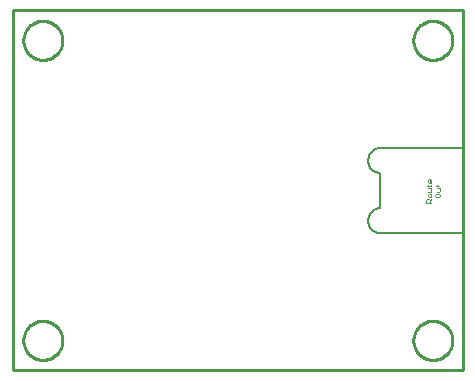
<source format=gko>
G04 EAGLE Gerber RS-274X export*
G75*
%MOMM*%
%FSLAX34Y34*%
%LPD*%
%IN*%
%IPPOS*%
%AMOC8*
5,1,8,0,0,1.08239X$1,22.5*%
G01*
%ADD10C,0.203200*%
%ADD11C,0.000000*%
%ADD12C,0.152400*%
%ADD13C,0.076200*%
%ADD14C,0.254000*%


D10*
X381000Y0D02*
X0Y0D01*
X0Y304800D01*
X381000Y304800D01*
X381000Y0D01*
D11*
X339090Y25400D02*
X339095Y25805D01*
X339110Y26210D01*
X339135Y26615D01*
X339170Y27018D01*
X339214Y27421D01*
X339269Y27823D01*
X339333Y28223D01*
X339407Y28621D01*
X339491Y29017D01*
X339585Y29412D01*
X339688Y29803D01*
X339801Y30193D01*
X339923Y30579D01*
X340055Y30962D01*
X340196Y31342D01*
X340347Y31718D01*
X340506Y32091D01*
X340675Y32459D01*
X340853Y32823D01*
X341039Y33183D01*
X341235Y33538D01*
X341439Y33888D01*
X341651Y34233D01*
X341872Y34572D01*
X342102Y34907D01*
X342339Y35235D01*
X342584Y35557D01*
X342838Y35874D01*
X343098Y36184D01*
X343367Y36487D01*
X343643Y36784D01*
X343926Y37074D01*
X344216Y37357D01*
X344513Y37633D01*
X344816Y37902D01*
X345126Y38162D01*
X345443Y38416D01*
X345765Y38661D01*
X346093Y38898D01*
X346428Y39128D01*
X346767Y39349D01*
X347112Y39561D01*
X347462Y39765D01*
X347817Y39961D01*
X348177Y40147D01*
X348541Y40325D01*
X348909Y40494D01*
X349282Y40653D01*
X349658Y40804D01*
X350038Y40945D01*
X350421Y41077D01*
X350807Y41199D01*
X351197Y41312D01*
X351588Y41415D01*
X351983Y41509D01*
X352379Y41593D01*
X352777Y41667D01*
X353177Y41731D01*
X353579Y41786D01*
X353982Y41830D01*
X354385Y41865D01*
X354790Y41890D01*
X355195Y41905D01*
X355600Y41910D01*
X356005Y41905D01*
X356410Y41890D01*
X356815Y41865D01*
X357218Y41830D01*
X357621Y41786D01*
X358023Y41731D01*
X358423Y41667D01*
X358821Y41593D01*
X359217Y41509D01*
X359612Y41415D01*
X360003Y41312D01*
X360393Y41199D01*
X360779Y41077D01*
X361162Y40945D01*
X361542Y40804D01*
X361918Y40653D01*
X362291Y40494D01*
X362659Y40325D01*
X363023Y40147D01*
X363383Y39961D01*
X363738Y39765D01*
X364088Y39561D01*
X364433Y39349D01*
X364772Y39128D01*
X365107Y38898D01*
X365435Y38661D01*
X365757Y38416D01*
X366074Y38162D01*
X366384Y37902D01*
X366687Y37633D01*
X366984Y37357D01*
X367274Y37074D01*
X367557Y36784D01*
X367833Y36487D01*
X368102Y36184D01*
X368362Y35874D01*
X368616Y35557D01*
X368861Y35235D01*
X369098Y34907D01*
X369328Y34572D01*
X369549Y34233D01*
X369761Y33888D01*
X369965Y33538D01*
X370161Y33183D01*
X370347Y32823D01*
X370525Y32459D01*
X370694Y32091D01*
X370853Y31718D01*
X371004Y31342D01*
X371145Y30962D01*
X371277Y30579D01*
X371399Y30193D01*
X371512Y29803D01*
X371615Y29412D01*
X371709Y29017D01*
X371793Y28621D01*
X371867Y28223D01*
X371931Y27823D01*
X371986Y27421D01*
X372030Y27018D01*
X372065Y26615D01*
X372090Y26210D01*
X372105Y25805D01*
X372110Y25400D01*
X372105Y24995D01*
X372090Y24590D01*
X372065Y24185D01*
X372030Y23782D01*
X371986Y23379D01*
X371931Y22977D01*
X371867Y22577D01*
X371793Y22179D01*
X371709Y21783D01*
X371615Y21388D01*
X371512Y20997D01*
X371399Y20607D01*
X371277Y20221D01*
X371145Y19838D01*
X371004Y19458D01*
X370853Y19082D01*
X370694Y18709D01*
X370525Y18341D01*
X370347Y17977D01*
X370161Y17617D01*
X369965Y17262D01*
X369761Y16912D01*
X369549Y16567D01*
X369328Y16228D01*
X369098Y15893D01*
X368861Y15565D01*
X368616Y15243D01*
X368362Y14926D01*
X368102Y14616D01*
X367833Y14313D01*
X367557Y14016D01*
X367274Y13726D01*
X366984Y13443D01*
X366687Y13167D01*
X366384Y12898D01*
X366074Y12638D01*
X365757Y12384D01*
X365435Y12139D01*
X365107Y11902D01*
X364772Y11672D01*
X364433Y11451D01*
X364088Y11239D01*
X363738Y11035D01*
X363383Y10839D01*
X363023Y10653D01*
X362659Y10475D01*
X362291Y10306D01*
X361918Y10147D01*
X361542Y9996D01*
X361162Y9855D01*
X360779Y9723D01*
X360393Y9601D01*
X360003Y9488D01*
X359612Y9385D01*
X359217Y9291D01*
X358821Y9207D01*
X358423Y9133D01*
X358023Y9069D01*
X357621Y9014D01*
X357218Y8970D01*
X356815Y8935D01*
X356410Y8910D01*
X356005Y8895D01*
X355600Y8890D01*
X355195Y8895D01*
X354790Y8910D01*
X354385Y8935D01*
X353982Y8970D01*
X353579Y9014D01*
X353177Y9069D01*
X352777Y9133D01*
X352379Y9207D01*
X351983Y9291D01*
X351588Y9385D01*
X351197Y9488D01*
X350807Y9601D01*
X350421Y9723D01*
X350038Y9855D01*
X349658Y9996D01*
X349282Y10147D01*
X348909Y10306D01*
X348541Y10475D01*
X348177Y10653D01*
X347817Y10839D01*
X347462Y11035D01*
X347112Y11239D01*
X346767Y11451D01*
X346428Y11672D01*
X346093Y11902D01*
X345765Y12139D01*
X345443Y12384D01*
X345126Y12638D01*
X344816Y12898D01*
X344513Y13167D01*
X344216Y13443D01*
X343926Y13726D01*
X343643Y14016D01*
X343367Y14313D01*
X343098Y14616D01*
X342838Y14926D01*
X342584Y15243D01*
X342339Y15565D01*
X342102Y15893D01*
X341872Y16228D01*
X341651Y16567D01*
X341439Y16912D01*
X341235Y17262D01*
X341039Y17617D01*
X340853Y17977D01*
X340675Y18341D01*
X340506Y18709D01*
X340347Y19082D01*
X340196Y19458D01*
X340055Y19838D01*
X339923Y20221D01*
X339801Y20607D01*
X339688Y20997D01*
X339585Y21388D01*
X339491Y21783D01*
X339407Y22179D01*
X339333Y22577D01*
X339269Y22977D01*
X339214Y23379D01*
X339170Y23782D01*
X339135Y24185D01*
X339110Y24590D01*
X339095Y24995D01*
X339090Y25400D01*
X8890Y25400D02*
X8895Y25805D01*
X8910Y26210D01*
X8935Y26615D01*
X8970Y27018D01*
X9014Y27421D01*
X9069Y27823D01*
X9133Y28223D01*
X9207Y28621D01*
X9291Y29017D01*
X9385Y29412D01*
X9488Y29803D01*
X9601Y30193D01*
X9723Y30579D01*
X9855Y30962D01*
X9996Y31342D01*
X10147Y31718D01*
X10306Y32091D01*
X10475Y32459D01*
X10653Y32823D01*
X10839Y33183D01*
X11035Y33538D01*
X11239Y33888D01*
X11451Y34233D01*
X11672Y34572D01*
X11902Y34907D01*
X12139Y35235D01*
X12384Y35557D01*
X12638Y35874D01*
X12898Y36184D01*
X13167Y36487D01*
X13443Y36784D01*
X13726Y37074D01*
X14016Y37357D01*
X14313Y37633D01*
X14616Y37902D01*
X14926Y38162D01*
X15243Y38416D01*
X15565Y38661D01*
X15893Y38898D01*
X16228Y39128D01*
X16567Y39349D01*
X16912Y39561D01*
X17262Y39765D01*
X17617Y39961D01*
X17977Y40147D01*
X18341Y40325D01*
X18709Y40494D01*
X19082Y40653D01*
X19458Y40804D01*
X19838Y40945D01*
X20221Y41077D01*
X20607Y41199D01*
X20997Y41312D01*
X21388Y41415D01*
X21783Y41509D01*
X22179Y41593D01*
X22577Y41667D01*
X22977Y41731D01*
X23379Y41786D01*
X23782Y41830D01*
X24185Y41865D01*
X24590Y41890D01*
X24995Y41905D01*
X25400Y41910D01*
X25805Y41905D01*
X26210Y41890D01*
X26615Y41865D01*
X27018Y41830D01*
X27421Y41786D01*
X27823Y41731D01*
X28223Y41667D01*
X28621Y41593D01*
X29017Y41509D01*
X29412Y41415D01*
X29803Y41312D01*
X30193Y41199D01*
X30579Y41077D01*
X30962Y40945D01*
X31342Y40804D01*
X31718Y40653D01*
X32091Y40494D01*
X32459Y40325D01*
X32823Y40147D01*
X33183Y39961D01*
X33538Y39765D01*
X33888Y39561D01*
X34233Y39349D01*
X34572Y39128D01*
X34907Y38898D01*
X35235Y38661D01*
X35557Y38416D01*
X35874Y38162D01*
X36184Y37902D01*
X36487Y37633D01*
X36784Y37357D01*
X37074Y37074D01*
X37357Y36784D01*
X37633Y36487D01*
X37902Y36184D01*
X38162Y35874D01*
X38416Y35557D01*
X38661Y35235D01*
X38898Y34907D01*
X39128Y34572D01*
X39349Y34233D01*
X39561Y33888D01*
X39765Y33538D01*
X39961Y33183D01*
X40147Y32823D01*
X40325Y32459D01*
X40494Y32091D01*
X40653Y31718D01*
X40804Y31342D01*
X40945Y30962D01*
X41077Y30579D01*
X41199Y30193D01*
X41312Y29803D01*
X41415Y29412D01*
X41509Y29017D01*
X41593Y28621D01*
X41667Y28223D01*
X41731Y27823D01*
X41786Y27421D01*
X41830Y27018D01*
X41865Y26615D01*
X41890Y26210D01*
X41905Y25805D01*
X41910Y25400D01*
X41905Y24995D01*
X41890Y24590D01*
X41865Y24185D01*
X41830Y23782D01*
X41786Y23379D01*
X41731Y22977D01*
X41667Y22577D01*
X41593Y22179D01*
X41509Y21783D01*
X41415Y21388D01*
X41312Y20997D01*
X41199Y20607D01*
X41077Y20221D01*
X40945Y19838D01*
X40804Y19458D01*
X40653Y19082D01*
X40494Y18709D01*
X40325Y18341D01*
X40147Y17977D01*
X39961Y17617D01*
X39765Y17262D01*
X39561Y16912D01*
X39349Y16567D01*
X39128Y16228D01*
X38898Y15893D01*
X38661Y15565D01*
X38416Y15243D01*
X38162Y14926D01*
X37902Y14616D01*
X37633Y14313D01*
X37357Y14016D01*
X37074Y13726D01*
X36784Y13443D01*
X36487Y13167D01*
X36184Y12898D01*
X35874Y12638D01*
X35557Y12384D01*
X35235Y12139D01*
X34907Y11902D01*
X34572Y11672D01*
X34233Y11451D01*
X33888Y11239D01*
X33538Y11035D01*
X33183Y10839D01*
X32823Y10653D01*
X32459Y10475D01*
X32091Y10306D01*
X31718Y10147D01*
X31342Y9996D01*
X30962Y9855D01*
X30579Y9723D01*
X30193Y9601D01*
X29803Y9488D01*
X29412Y9385D01*
X29017Y9291D01*
X28621Y9207D01*
X28223Y9133D01*
X27823Y9069D01*
X27421Y9014D01*
X27018Y8970D01*
X26615Y8935D01*
X26210Y8910D01*
X25805Y8895D01*
X25400Y8890D01*
X24995Y8895D01*
X24590Y8910D01*
X24185Y8935D01*
X23782Y8970D01*
X23379Y9014D01*
X22977Y9069D01*
X22577Y9133D01*
X22179Y9207D01*
X21783Y9291D01*
X21388Y9385D01*
X20997Y9488D01*
X20607Y9601D01*
X20221Y9723D01*
X19838Y9855D01*
X19458Y9996D01*
X19082Y10147D01*
X18709Y10306D01*
X18341Y10475D01*
X17977Y10653D01*
X17617Y10839D01*
X17262Y11035D01*
X16912Y11239D01*
X16567Y11451D01*
X16228Y11672D01*
X15893Y11902D01*
X15565Y12139D01*
X15243Y12384D01*
X14926Y12638D01*
X14616Y12898D01*
X14313Y13167D01*
X14016Y13443D01*
X13726Y13726D01*
X13443Y14016D01*
X13167Y14313D01*
X12898Y14616D01*
X12638Y14926D01*
X12384Y15243D01*
X12139Y15565D01*
X11902Y15893D01*
X11672Y16228D01*
X11451Y16567D01*
X11239Y16912D01*
X11035Y17262D01*
X10839Y17617D01*
X10653Y17977D01*
X10475Y18341D01*
X10306Y18709D01*
X10147Y19082D01*
X9996Y19458D01*
X9855Y19838D01*
X9723Y20221D01*
X9601Y20607D01*
X9488Y20997D01*
X9385Y21388D01*
X9291Y21783D01*
X9207Y22179D01*
X9133Y22577D01*
X9069Y22977D01*
X9014Y23379D01*
X8970Y23782D01*
X8935Y24185D01*
X8910Y24590D01*
X8895Y24995D01*
X8890Y25400D01*
X8890Y279400D02*
X8895Y279805D01*
X8910Y280210D01*
X8935Y280615D01*
X8970Y281018D01*
X9014Y281421D01*
X9069Y281823D01*
X9133Y282223D01*
X9207Y282621D01*
X9291Y283017D01*
X9385Y283412D01*
X9488Y283803D01*
X9601Y284193D01*
X9723Y284579D01*
X9855Y284962D01*
X9996Y285342D01*
X10147Y285718D01*
X10306Y286091D01*
X10475Y286459D01*
X10653Y286823D01*
X10839Y287183D01*
X11035Y287538D01*
X11239Y287888D01*
X11451Y288233D01*
X11672Y288572D01*
X11902Y288907D01*
X12139Y289235D01*
X12384Y289557D01*
X12638Y289874D01*
X12898Y290184D01*
X13167Y290487D01*
X13443Y290784D01*
X13726Y291074D01*
X14016Y291357D01*
X14313Y291633D01*
X14616Y291902D01*
X14926Y292162D01*
X15243Y292416D01*
X15565Y292661D01*
X15893Y292898D01*
X16228Y293128D01*
X16567Y293349D01*
X16912Y293561D01*
X17262Y293765D01*
X17617Y293961D01*
X17977Y294147D01*
X18341Y294325D01*
X18709Y294494D01*
X19082Y294653D01*
X19458Y294804D01*
X19838Y294945D01*
X20221Y295077D01*
X20607Y295199D01*
X20997Y295312D01*
X21388Y295415D01*
X21783Y295509D01*
X22179Y295593D01*
X22577Y295667D01*
X22977Y295731D01*
X23379Y295786D01*
X23782Y295830D01*
X24185Y295865D01*
X24590Y295890D01*
X24995Y295905D01*
X25400Y295910D01*
X25805Y295905D01*
X26210Y295890D01*
X26615Y295865D01*
X27018Y295830D01*
X27421Y295786D01*
X27823Y295731D01*
X28223Y295667D01*
X28621Y295593D01*
X29017Y295509D01*
X29412Y295415D01*
X29803Y295312D01*
X30193Y295199D01*
X30579Y295077D01*
X30962Y294945D01*
X31342Y294804D01*
X31718Y294653D01*
X32091Y294494D01*
X32459Y294325D01*
X32823Y294147D01*
X33183Y293961D01*
X33538Y293765D01*
X33888Y293561D01*
X34233Y293349D01*
X34572Y293128D01*
X34907Y292898D01*
X35235Y292661D01*
X35557Y292416D01*
X35874Y292162D01*
X36184Y291902D01*
X36487Y291633D01*
X36784Y291357D01*
X37074Y291074D01*
X37357Y290784D01*
X37633Y290487D01*
X37902Y290184D01*
X38162Y289874D01*
X38416Y289557D01*
X38661Y289235D01*
X38898Y288907D01*
X39128Y288572D01*
X39349Y288233D01*
X39561Y287888D01*
X39765Y287538D01*
X39961Y287183D01*
X40147Y286823D01*
X40325Y286459D01*
X40494Y286091D01*
X40653Y285718D01*
X40804Y285342D01*
X40945Y284962D01*
X41077Y284579D01*
X41199Y284193D01*
X41312Y283803D01*
X41415Y283412D01*
X41509Y283017D01*
X41593Y282621D01*
X41667Y282223D01*
X41731Y281823D01*
X41786Y281421D01*
X41830Y281018D01*
X41865Y280615D01*
X41890Y280210D01*
X41905Y279805D01*
X41910Y279400D01*
X41905Y278995D01*
X41890Y278590D01*
X41865Y278185D01*
X41830Y277782D01*
X41786Y277379D01*
X41731Y276977D01*
X41667Y276577D01*
X41593Y276179D01*
X41509Y275783D01*
X41415Y275388D01*
X41312Y274997D01*
X41199Y274607D01*
X41077Y274221D01*
X40945Y273838D01*
X40804Y273458D01*
X40653Y273082D01*
X40494Y272709D01*
X40325Y272341D01*
X40147Y271977D01*
X39961Y271617D01*
X39765Y271262D01*
X39561Y270912D01*
X39349Y270567D01*
X39128Y270228D01*
X38898Y269893D01*
X38661Y269565D01*
X38416Y269243D01*
X38162Y268926D01*
X37902Y268616D01*
X37633Y268313D01*
X37357Y268016D01*
X37074Y267726D01*
X36784Y267443D01*
X36487Y267167D01*
X36184Y266898D01*
X35874Y266638D01*
X35557Y266384D01*
X35235Y266139D01*
X34907Y265902D01*
X34572Y265672D01*
X34233Y265451D01*
X33888Y265239D01*
X33538Y265035D01*
X33183Y264839D01*
X32823Y264653D01*
X32459Y264475D01*
X32091Y264306D01*
X31718Y264147D01*
X31342Y263996D01*
X30962Y263855D01*
X30579Y263723D01*
X30193Y263601D01*
X29803Y263488D01*
X29412Y263385D01*
X29017Y263291D01*
X28621Y263207D01*
X28223Y263133D01*
X27823Y263069D01*
X27421Y263014D01*
X27018Y262970D01*
X26615Y262935D01*
X26210Y262910D01*
X25805Y262895D01*
X25400Y262890D01*
X24995Y262895D01*
X24590Y262910D01*
X24185Y262935D01*
X23782Y262970D01*
X23379Y263014D01*
X22977Y263069D01*
X22577Y263133D01*
X22179Y263207D01*
X21783Y263291D01*
X21388Y263385D01*
X20997Y263488D01*
X20607Y263601D01*
X20221Y263723D01*
X19838Y263855D01*
X19458Y263996D01*
X19082Y264147D01*
X18709Y264306D01*
X18341Y264475D01*
X17977Y264653D01*
X17617Y264839D01*
X17262Y265035D01*
X16912Y265239D01*
X16567Y265451D01*
X16228Y265672D01*
X15893Y265902D01*
X15565Y266139D01*
X15243Y266384D01*
X14926Y266638D01*
X14616Y266898D01*
X14313Y267167D01*
X14016Y267443D01*
X13726Y267726D01*
X13443Y268016D01*
X13167Y268313D01*
X12898Y268616D01*
X12638Y268926D01*
X12384Y269243D01*
X12139Y269565D01*
X11902Y269893D01*
X11672Y270228D01*
X11451Y270567D01*
X11239Y270912D01*
X11035Y271262D01*
X10839Y271617D01*
X10653Y271977D01*
X10475Y272341D01*
X10306Y272709D01*
X10147Y273082D01*
X9996Y273458D01*
X9855Y273838D01*
X9723Y274221D01*
X9601Y274607D01*
X9488Y274997D01*
X9385Y275388D01*
X9291Y275783D01*
X9207Y276179D01*
X9133Y276577D01*
X9069Y276977D01*
X9014Y277379D01*
X8970Y277782D01*
X8935Y278185D01*
X8910Y278590D01*
X8895Y278995D01*
X8890Y279400D01*
X339090Y279400D02*
X339095Y279805D01*
X339110Y280210D01*
X339135Y280615D01*
X339170Y281018D01*
X339214Y281421D01*
X339269Y281823D01*
X339333Y282223D01*
X339407Y282621D01*
X339491Y283017D01*
X339585Y283412D01*
X339688Y283803D01*
X339801Y284193D01*
X339923Y284579D01*
X340055Y284962D01*
X340196Y285342D01*
X340347Y285718D01*
X340506Y286091D01*
X340675Y286459D01*
X340853Y286823D01*
X341039Y287183D01*
X341235Y287538D01*
X341439Y287888D01*
X341651Y288233D01*
X341872Y288572D01*
X342102Y288907D01*
X342339Y289235D01*
X342584Y289557D01*
X342838Y289874D01*
X343098Y290184D01*
X343367Y290487D01*
X343643Y290784D01*
X343926Y291074D01*
X344216Y291357D01*
X344513Y291633D01*
X344816Y291902D01*
X345126Y292162D01*
X345443Y292416D01*
X345765Y292661D01*
X346093Y292898D01*
X346428Y293128D01*
X346767Y293349D01*
X347112Y293561D01*
X347462Y293765D01*
X347817Y293961D01*
X348177Y294147D01*
X348541Y294325D01*
X348909Y294494D01*
X349282Y294653D01*
X349658Y294804D01*
X350038Y294945D01*
X350421Y295077D01*
X350807Y295199D01*
X351197Y295312D01*
X351588Y295415D01*
X351983Y295509D01*
X352379Y295593D01*
X352777Y295667D01*
X353177Y295731D01*
X353579Y295786D01*
X353982Y295830D01*
X354385Y295865D01*
X354790Y295890D01*
X355195Y295905D01*
X355600Y295910D01*
X356005Y295905D01*
X356410Y295890D01*
X356815Y295865D01*
X357218Y295830D01*
X357621Y295786D01*
X358023Y295731D01*
X358423Y295667D01*
X358821Y295593D01*
X359217Y295509D01*
X359612Y295415D01*
X360003Y295312D01*
X360393Y295199D01*
X360779Y295077D01*
X361162Y294945D01*
X361542Y294804D01*
X361918Y294653D01*
X362291Y294494D01*
X362659Y294325D01*
X363023Y294147D01*
X363383Y293961D01*
X363738Y293765D01*
X364088Y293561D01*
X364433Y293349D01*
X364772Y293128D01*
X365107Y292898D01*
X365435Y292661D01*
X365757Y292416D01*
X366074Y292162D01*
X366384Y291902D01*
X366687Y291633D01*
X366984Y291357D01*
X367274Y291074D01*
X367557Y290784D01*
X367833Y290487D01*
X368102Y290184D01*
X368362Y289874D01*
X368616Y289557D01*
X368861Y289235D01*
X369098Y288907D01*
X369328Y288572D01*
X369549Y288233D01*
X369761Y287888D01*
X369965Y287538D01*
X370161Y287183D01*
X370347Y286823D01*
X370525Y286459D01*
X370694Y286091D01*
X370853Y285718D01*
X371004Y285342D01*
X371145Y284962D01*
X371277Y284579D01*
X371399Y284193D01*
X371512Y283803D01*
X371615Y283412D01*
X371709Y283017D01*
X371793Y282621D01*
X371867Y282223D01*
X371931Y281823D01*
X371986Y281421D01*
X372030Y281018D01*
X372065Y280615D01*
X372090Y280210D01*
X372105Y279805D01*
X372110Y279400D01*
X372105Y278995D01*
X372090Y278590D01*
X372065Y278185D01*
X372030Y277782D01*
X371986Y277379D01*
X371931Y276977D01*
X371867Y276577D01*
X371793Y276179D01*
X371709Y275783D01*
X371615Y275388D01*
X371512Y274997D01*
X371399Y274607D01*
X371277Y274221D01*
X371145Y273838D01*
X371004Y273458D01*
X370853Y273082D01*
X370694Y272709D01*
X370525Y272341D01*
X370347Y271977D01*
X370161Y271617D01*
X369965Y271262D01*
X369761Y270912D01*
X369549Y270567D01*
X369328Y270228D01*
X369098Y269893D01*
X368861Y269565D01*
X368616Y269243D01*
X368362Y268926D01*
X368102Y268616D01*
X367833Y268313D01*
X367557Y268016D01*
X367274Y267726D01*
X366984Y267443D01*
X366687Y267167D01*
X366384Y266898D01*
X366074Y266638D01*
X365757Y266384D01*
X365435Y266139D01*
X365107Y265902D01*
X364772Y265672D01*
X364433Y265451D01*
X364088Y265239D01*
X363738Y265035D01*
X363383Y264839D01*
X363023Y264653D01*
X362659Y264475D01*
X362291Y264306D01*
X361918Y264147D01*
X361542Y263996D01*
X361162Y263855D01*
X360779Y263723D01*
X360393Y263601D01*
X360003Y263488D01*
X359612Y263385D01*
X359217Y263291D01*
X358821Y263207D01*
X358423Y263133D01*
X358023Y263069D01*
X357621Y263014D01*
X357218Y262970D01*
X356815Y262935D01*
X356410Y262910D01*
X356005Y262895D01*
X355600Y262890D01*
X355195Y262895D01*
X354790Y262910D01*
X354385Y262935D01*
X353982Y262970D01*
X353579Y263014D01*
X353177Y263069D01*
X352777Y263133D01*
X352379Y263207D01*
X351983Y263291D01*
X351588Y263385D01*
X351197Y263488D01*
X350807Y263601D01*
X350421Y263723D01*
X350038Y263855D01*
X349658Y263996D01*
X349282Y264147D01*
X348909Y264306D01*
X348541Y264475D01*
X348177Y264653D01*
X347817Y264839D01*
X347462Y265035D01*
X347112Y265239D01*
X346767Y265451D01*
X346428Y265672D01*
X346093Y265902D01*
X345765Y266139D01*
X345443Y266384D01*
X345126Y266638D01*
X344816Y266898D01*
X344513Y267167D01*
X344216Y267443D01*
X343926Y267726D01*
X343643Y268016D01*
X343367Y268313D01*
X343098Y268616D01*
X342838Y268926D01*
X342584Y269243D01*
X342339Y269565D01*
X342102Y269893D01*
X341872Y270228D01*
X341651Y270567D01*
X341439Y270912D01*
X341235Y271262D01*
X341039Y271617D01*
X340853Y271977D01*
X340675Y272341D01*
X340506Y272709D01*
X340347Y273082D01*
X340196Y273458D01*
X340055Y273838D01*
X339923Y274221D01*
X339801Y274607D01*
X339688Y274997D01*
X339585Y275388D01*
X339491Y275783D01*
X339407Y276179D01*
X339333Y276577D01*
X339269Y276977D01*
X339214Y277379D01*
X339170Y277782D01*
X339135Y278185D01*
X339110Y278590D01*
X339095Y278995D01*
X339090Y279400D01*
D12*
X311000Y188400D02*
X381000Y188400D01*
X311000Y188400D02*
X310758Y188397D01*
X310517Y188388D01*
X310276Y188374D01*
X310035Y188353D01*
X309795Y188327D01*
X309555Y188295D01*
X309316Y188257D01*
X309079Y188214D01*
X308842Y188164D01*
X308607Y188109D01*
X308373Y188049D01*
X308141Y187982D01*
X307910Y187911D01*
X307681Y187833D01*
X307454Y187750D01*
X307229Y187662D01*
X307006Y187568D01*
X306786Y187469D01*
X306568Y187364D01*
X306353Y187255D01*
X306140Y187140D01*
X305930Y187020D01*
X305724Y186895D01*
X305520Y186765D01*
X305319Y186630D01*
X305122Y186490D01*
X304928Y186346D01*
X304738Y186197D01*
X304552Y186043D01*
X304369Y185885D01*
X304190Y185723D01*
X304015Y185556D01*
X303844Y185385D01*
X303677Y185210D01*
X303515Y185031D01*
X303357Y184848D01*
X303203Y184662D01*
X303054Y184472D01*
X302910Y184278D01*
X302770Y184081D01*
X302635Y183880D01*
X302505Y183676D01*
X302380Y183470D01*
X302260Y183260D01*
X302145Y183047D01*
X302036Y182832D01*
X301931Y182614D01*
X301832Y182394D01*
X301738Y182171D01*
X301650Y181946D01*
X301567Y181719D01*
X301489Y181490D01*
X301418Y181259D01*
X301351Y181027D01*
X301291Y180793D01*
X301236Y180558D01*
X301186Y180321D01*
X301143Y180084D01*
X301105Y179845D01*
X301073Y179605D01*
X301047Y179365D01*
X301026Y179124D01*
X301012Y178883D01*
X301003Y178642D01*
X301000Y178400D01*
X301000Y177400D01*
X301003Y177158D01*
X301012Y176917D01*
X301026Y176676D01*
X301047Y176435D01*
X301073Y176195D01*
X301105Y175955D01*
X301143Y175716D01*
X301186Y175479D01*
X301236Y175242D01*
X301291Y175007D01*
X301351Y174773D01*
X301418Y174541D01*
X301489Y174310D01*
X301567Y174081D01*
X301650Y173854D01*
X301738Y173629D01*
X301832Y173406D01*
X301931Y173186D01*
X302036Y172968D01*
X302145Y172753D01*
X302260Y172540D01*
X302380Y172330D01*
X302505Y172124D01*
X302635Y171920D01*
X302770Y171719D01*
X302910Y171522D01*
X303054Y171328D01*
X303203Y171138D01*
X303357Y170952D01*
X303515Y170769D01*
X303677Y170590D01*
X303844Y170415D01*
X304015Y170244D01*
X304190Y170077D01*
X304369Y169915D01*
X304552Y169757D01*
X304738Y169603D01*
X304928Y169454D01*
X305122Y169310D01*
X305319Y169170D01*
X305520Y169035D01*
X305724Y168905D01*
X305930Y168780D01*
X306140Y168660D01*
X306353Y168545D01*
X306568Y168436D01*
X306786Y168331D01*
X307006Y168232D01*
X307229Y168138D01*
X307454Y168050D01*
X307681Y167967D01*
X307910Y167889D01*
X308141Y167818D01*
X308373Y167751D01*
X308607Y167691D01*
X308842Y167636D01*
X309079Y167586D01*
X309316Y167543D01*
X309555Y167505D01*
X309795Y167473D01*
X310035Y167447D01*
X310276Y167426D01*
X310517Y167412D01*
X310758Y167403D01*
X311000Y167400D01*
X311000Y137400D01*
X311000Y116400D02*
X381000Y116400D01*
D13*
X354449Y142039D02*
X350207Y142039D01*
X350207Y144159D01*
X350914Y144866D01*
X352328Y144866D01*
X353035Y144159D01*
X353035Y142039D01*
X353035Y143452D02*
X354449Y144866D01*
X354449Y147349D02*
X354449Y148763D01*
X353742Y149470D01*
X352328Y149470D01*
X351621Y148763D01*
X351621Y147349D01*
X352328Y146642D01*
X353742Y146642D01*
X354449Y147349D01*
X353742Y151246D02*
X351621Y151246D01*
X353742Y151246D02*
X354449Y151953D01*
X354449Y154074D01*
X351621Y154074D01*
X350914Y156557D02*
X353742Y156557D01*
X354449Y157264D01*
X351621Y157264D02*
X351621Y155850D01*
X354449Y159626D02*
X354449Y161040D01*
X354449Y159626D02*
X353742Y158920D01*
X352328Y158920D01*
X351621Y159626D01*
X351621Y161040D01*
X352328Y161747D01*
X353035Y161747D01*
X353035Y158920D01*
X357707Y148763D02*
X357707Y147349D01*
X358414Y146642D01*
X361242Y146642D01*
X361949Y147349D01*
X361949Y148763D01*
X361242Y149470D01*
X358414Y149470D01*
X357707Y148763D01*
X359121Y151246D02*
X361242Y151246D01*
X361949Y151953D01*
X361949Y154074D01*
X359121Y154074D01*
X358414Y156557D02*
X361242Y156557D01*
X361949Y157264D01*
X359121Y157264D02*
X359121Y155850D01*
D12*
X310800Y116400D02*
X310563Y116403D01*
X310327Y116411D01*
X310090Y116426D01*
X309854Y116446D01*
X309619Y116471D01*
X309384Y116503D01*
X309150Y116540D01*
X308917Y116583D01*
X308685Y116631D01*
X308455Y116685D01*
X308225Y116744D01*
X307998Y116809D01*
X307772Y116880D01*
X307547Y116956D01*
X307325Y117037D01*
X307104Y117123D01*
X306886Y117215D01*
X306670Y117313D01*
X306457Y117415D01*
X306246Y117523D01*
X306037Y117635D01*
X305832Y117753D01*
X305629Y117875D01*
X305429Y118003D01*
X305233Y118135D01*
X305040Y118272D01*
X304850Y118413D01*
X304663Y118559D01*
X304481Y118710D01*
X304301Y118865D01*
X304126Y119024D01*
X303955Y119187D01*
X303787Y119355D01*
X303624Y119526D01*
X303465Y119701D01*
X303310Y119881D01*
X303159Y120063D01*
X303013Y120250D01*
X302872Y120440D01*
X302735Y120633D01*
X302603Y120829D01*
X302475Y121029D01*
X302353Y121232D01*
X302235Y121437D01*
X302123Y121646D01*
X302015Y121857D01*
X301913Y122070D01*
X301815Y122286D01*
X301723Y122504D01*
X301637Y122725D01*
X301556Y122947D01*
X301480Y123172D01*
X301409Y123398D01*
X301344Y123625D01*
X301285Y123855D01*
X301231Y124085D01*
X301183Y124317D01*
X301140Y124550D01*
X301103Y124784D01*
X301071Y125019D01*
X301046Y125254D01*
X301026Y125490D01*
X301011Y125727D01*
X301003Y125963D01*
X301000Y126200D01*
X301000Y127400D01*
X301003Y127642D01*
X301012Y127883D01*
X301026Y128124D01*
X301047Y128365D01*
X301073Y128605D01*
X301105Y128845D01*
X301143Y129084D01*
X301186Y129321D01*
X301236Y129558D01*
X301291Y129793D01*
X301351Y130027D01*
X301418Y130259D01*
X301489Y130490D01*
X301567Y130719D01*
X301650Y130946D01*
X301738Y131171D01*
X301832Y131394D01*
X301931Y131614D01*
X302036Y131832D01*
X302145Y132047D01*
X302260Y132260D01*
X302380Y132470D01*
X302505Y132676D01*
X302635Y132880D01*
X302770Y133081D01*
X302910Y133278D01*
X303054Y133472D01*
X303203Y133662D01*
X303357Y133848D01*
X303515Y134031D01*
X303677Y134210D01*
X303844Y134385D01*
X304015Y134556D01*
X304190Y134723D01*
X304369Y134885D01*
X304552Y135043D01*
X304738Y135197D01*
X304928Y135346D01*
X305122Y135490D01*
X305319Y135630D01*
X305520Y135765D01*
X305724Y135895D01*
X305930Y136020D01*
X306140Y136140D01*
X306353Y136255D01*
X306568Y136364D01*
X306786Y136469D01*
X307006Y136568D01*
X307229Y136662D01*
X307454Y136750D01*
X307681Y136833D01*
X307910Y136911D01*
X308141Y136982D01*
X308373Y137049D01*
X308607Y137109D01*
X308842Y137164D01*
X309079Y137214D01*
X309316Y137257D01*
X309555Y137295D01*
X309795Y137327D01*
X310035Y137353D01*
X310276Y137374D01*
X310517Y137388D01*
X310758Y137397D01*
X311000Y137400D01*
D14*
X0Y0D02*
X381000Y0D01*
X381000Y304800D01*
X0Y304800D01*
X0Y0D01*
X372110Y24860D02*
X372039Y23781D01*
X371898Y22709D01*
X371687Y21649D01*
X371408Y20605D01*
X371060Y19581D01*
X370646Y18583D01*
X370168Y17613D01*
X369628Y16677D01*
X369027Y15778D01*
X368369Y14921D01*
X367657Y14108D01*
X366892Y13344D01*
X366079Y12631D01*
X365222Y11973D01*
X364323Y11372D01*
X363387Y10832D01*
X362417Y10354D01*
X361419Y9940D01*
X360395Y9592D01*
X359351Y9313D01*
X358291Y9102D01*
X357219Y8961D01*
X356140Y8890D01*
X355060Y8890D01*
X353981Y8961D01*
X352909Y9102D01*
X351849Y9313D01*
X350805Y9592D01*
X349781Y9940D01*
X348783Y10354D01*
X347813Y10832D01*
X346877Y11372D01*
X345978Y11973D01*
X345121Y12631D01*
X344308Y13344D01*
X343544Y14108D01*
X342831Y14921D01*
X342173Y15778D01*
X341572Y16677D01*
X341032Y17613D01*
X340554Y18583D01*
X340140Y19581D01*
X339792Y20605D01*
X339513Y21649D01*
X339302Y22709D01*
X339161Y23781D01*
X339090Y24860D01*
X339090Y25940D01*
X339161Y27019D01*
X339302Y28091D01*
X339513Y29151D01*
X339792Y30195D01*
X340140Y31219D01*
X340554Y32217D01*
X341032Y33187D01*
X341572Y34123D01*
X342173Y35022D01*
X342831Y35879D01*
X343544Y36692D01*
X344308Y37457D01*
X345121Y38169D01*
X345978Y38827D01*
X346877Y39428D01*
X347813Y39968D01*
X348783Y40446D01*
X349781Y40860D01*
X350805Y41208D01*
X351849Y41487D01*
X352909Y41698D01*
X353981Y41839D01*
X355060Y41910D01*
X356140Y41910D01*
X357219Y41839D01*
X358291Y41698D01*
X359351Y41487D01*
X360395Y41208D01*
X361419Y40860D01*
X362417Y40446D01*
X363387Y39968D01*
X364323Y39428D01*
X365222Y38827D01*
X366079Y38169D01*
X366892Y37457D01*
X367657Y36692D01*
X368369Y35879D01*
X369027Y35022D01*
X369628Y34123D01*
X370168Y33187D01*
X370646Y32217D01*
X371060Y31219D01*
X371408Y30195D01*
X371687Y29151D01*
X371898Y28091D01*
X372039Y27019D01*
X372110Y25940D01*
X372110Y24860D01*
X41910Y24860D02*
X41839Y23781D01*
X41698Y22709D01*
X41487Y21649D01*
X41208Y20605D01*
X40860Y19581D01*
X40446Y18583D01*
X39968Y17613D01*
X39428Y16677D01*
X38827Y15778D01*
X38169Y14921D01*
X37457Y14108D01*
X36692Y13344D01*
X35879Y12631D01*
X35022Y11973D01*
X34123Y11372D01*
X33187Y10832D01*
X32217Y10354D01*
X31219Y9940D01*
X30195Y9592D01*
X29151Y9313D01*
X28091Y9102D01*
X27019Y8961D01*
X25940Y8890D01*
X24860Y8890D01*
X23781Y8961D01*
X22709Y9102D01*
X21649Y9313D01*
X20605Y9592D01*
X19581Y9940D01*
X18583Y10354D01*
X17613Y10832D01*
X16677Y11372D01*
X15778Y11973D01*
X14921Y12631D01*
X14108Y13344D01*
X13344Y14108D01*
X12631Y14921D01*
X11973Y15778D01*
X11372Y16677D01*
X10832Y17613D01*
X10354Y18583D01*
X9940Y19581D01*
X9592Y20605D01*
X9313Y21649D01*
X9102Y22709D01*
X8961Y23781D01*
X8890Y24860D01*
X8890Y25940D01*
X8961Y27019D01*
X9102Y28091D01*
X9313Y29151D01*
X9592Y30195D01*
X9940Y31219D01*
X10354Y32217D01*
X10832Y33187D01*
X11372Y34123D01*
X11973Y35022D01*
X12631Y35879D01*
X13344Y36692D01*
X14108Y37457D01*
X14921Y38169D01*
X15778Y38827D01*
X16677Y39428D01*
X17613Y39968D01*
X18583Y40446D01*
X19581Y40860D01*
X20605Y41208D01*
X21649Y41487D01*
X22709Y41698D01*
X23781Y41839D01*
X24860Y41910D01*
X25940Y41910D01*
X27019Y41839D01*
X28091Y41698D01*
X29151Y41487D01*
X30195Y41208D01*
X31219Y40860D01*
X32217Y40446D01*
X33187Y39968D01*
X34123Y39428D01*
X35022Y38827D01*
X35879Y38169D01*
X36692Y37457D01*
X37457Y36692D01*
X38169Y35879D01*
X38827Y35022D01*
X39428Y34123D01*
X39968Y33187D01*
X40446Y32217D01*
X40860Y31219D01*
X41208Y30195D01*
X41487Y29151D01*
X41698Y28091D01*
X41839Y27019D01*
X41910Y25940D01*
X41910Y24860D01*
X41910Y278860D02*
X41839Y277781D01*
X41698Y276709D01*
X41487Y275649D01*
X41208Y274605D01*
X40860Y273581D01*
X40446Y272583D01*
X39968Y271613D01*
X39428Y270677D01*
X38827Y269778D01*
X38169Y268921D01*
X37457Y268108D01*
X36692Y267344D01*
X35879Y266631D01*
X35022Y265973D01*
X34123Y265372D01*
X33187Y264832D01*
X32217Y264354D01*
X31219Y263940D01*
X30195Y263592D01*
X29151Y263313D01*
X28091Y263102D01*
X27019Y262961D01*
X25940Y262890D01*
X24860Y262890D01*
X23781Y262961D01*
X22709Y263102D01*
X21649Y263313D01*
X20605Y263592D01*
X19581Y263940D01*
X18583Y264354D01*
X17613Y264832D01*
X16677Y265372D01*
X15778Y265973D01*
X14921Y266631D01*
X14108Y267344D01*
X13344Y268108D01*
X12631Y268921D01*
X11973Y269778D01*
X11372Y270677D01*
X10832Y271613D01*
X10354Y272583D01*
X9940Y273581D01*
X9592Y274605D01*
X9313Y275649D01*
X9102Y276709D01*
X8961Y277781D01*
X8890Y278860D01*
X8890Y279940D01*
X8961Y281019D01*
X9102Y282091D01*
X9313Y283151D01*
X9592Y284195D01*
X9940Y285219D01*
X10354Y286217D01*
X10832Y287187D01*
X11372Y288123D01*
X11973Y289022D01*
X12631Y289879D01*
X13344Y290692D01*
X14108Y291457D01*
X14921Y292169D01*
X15778Y292827D01*
X16677Y293428D01*
X17613Y293968D01*
X18583Y294446D01*
X19581Y294860D01*
X20605Y295208D01*
X21649Y295487D01*
X22709Y295698D01*
X23781Y295839D01*
X24860Y295910D01*
X25940Y295910D01*
X27019Y295839D01*
X28091Y295698D01*
X29151Y295487D01*
X30195Y295208D01*
X31219Y294860D01*
X32217Y294446D01*
X33187Y293968D01*
X34123Y293428D01*
X35022Y292827D01*
X35879Y292169D01*
X36692Y291457D01*
X37457Y290692D01*
X38169Y289879D01*
X38827Y289022D01*
X39428Y288123D01*
X39968Y287187D01*
X40446Y286217D01*
X40860Y285219D01*
X41208Y284195D01*
X41487Y283151D01*
X41698Y282091D01*
X41839Y281019D01*
X41910Y279940D01*
X41910Y278860D01*
X372110Y278860D02*
X372039Y277781D01*
X371898Y276709D01*
X371687Y275649D01*
X371408Y274605D01*
X371060Y273581D01*
X370646Y272583D01*
X370168Y271613D01*
X369628Y270677D01*
X369027Y269778D01*
X368369Y268921D01*
X367657Y268108D01*
X366892Y267344D01*
X366079Y266631D01*
X365222Y265973D01*
X364323Y265372D01*
X363387Y264832D01*
X362417Y264354D01*
X361419Y263940D01*
X360395Y263592D01*
X359351Y263313D01*
X358291Y263102D01*
X357219Y262961D01*
X356140Y262890D01*
X355060Y262890D01*
X353981Y262961D01*
X352909Y263102D01*
X351849Y263313D01*
X350805Y263592D01*
X349781Y263940D01*
X348783Y264354D01*
X347813Y264832D01*
X346877Y265372D01*
X345978Y265973D01*
X345121Y266631D01*
X344308Y267344D01*
X343544Y268108D01*
X342831Y268921D01*
X342173Y269778D01*
X341572Y270677D01*
X341032Y271613D01*
X340554Y272583D01*
X340140Y273581D01*
X339792Y274605D01*
X339513Y275649D01*
X339302Y276709D01*
X339161Y277781D01*
X339090Y278860D01*
X339090Y279940D01*
X339161Y281019D01*
X339302Y282091D01*
X339513Y283151D01*
X339792Y284195D01*
X340140Y285219D01*
X340554Y286217D01*
X341032Y287187D01*
X341572Y288123D01*
X342173Y289022D01*
X342831Y289879D01*
X343544Y290692D01*
X344308Y291457D01*
X345121Y292169D01*
X345978Y292827D01*
X346877Y293428D01*
X347813Y293968D01*
X348783Y294446D01*
X349781Y294860D01*
X350805Y295208D01*
X351849Y295487D01*
X352909Y295698D01*
X353981Y295839D01*
X355060Y295910D01*
X356140Y295910D01*
X357219Y295839D01*
X358291Y295698D01*
X359351Y295487D01*
X360395Y295208D01*
X361419Y294860D01*
X362417Y294446D01*
X363387Y293968D01*
X364323Y293428D01*
X365222Y292827D01*
X366079Y292169D01*
X366892Y291457D01*
X367657Y290692D01*
X368369Y289879D01*
X369027Y289022D01*
X369628Y288123D01*
X370168Y287187D01*
X370646Y286217D01*
X371060Y285219D01*
X371408Y284195D01*
X371687Y283151D01*
X371898Y282091D01*
X372039Y281019D01*
X372110Y279940D01*
X372110Y278860D01*
M02*

</source>
